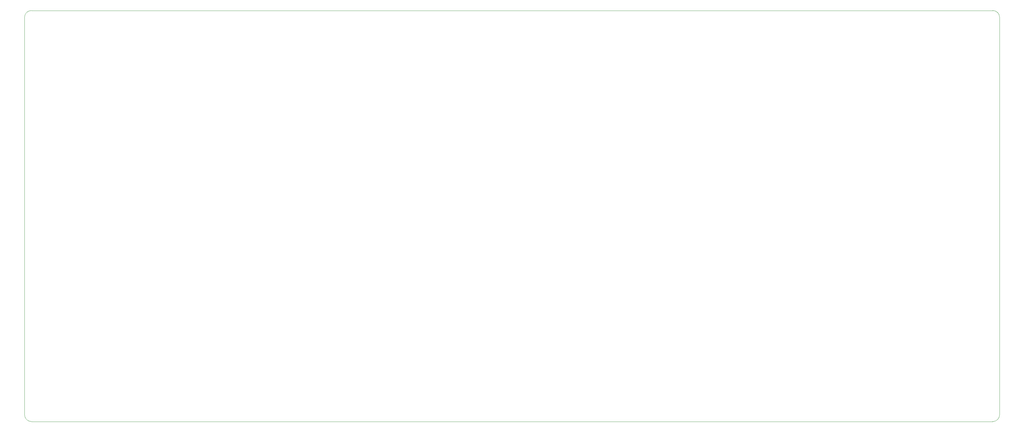
<source format=gbr>
%TF.GenerationSoftware,KiCad,Pcbnew,7.0.6*%
%TF.CreationDate,2024-02-02T12:38:06-05:00*%
%TF.ProjectId,causeway_THT,63617573-6577-4617-995f-5448542e6b69,rev?*%
%TF.SameCoordinates,Original*%
%TF.FileFunction,Profile,NP*%
%FSLAX46Y46*%
G04 Gerber Fmt 4.6, Leading zero omitted, Abs format (unit mm)*
G04 Created by KiCad (PCBNEW 7.0.6) date 2024-02-02 12:38:06*
%MOMM*%
%LPD*%
G01*
G04 APERTURE LIST*
%TA.AperFunction,Profile*%
%ADD10C,0.100000*%
%TD*%
G04 APERTURE END LIST*
D10*
X303438000Y-150060000D02*
G75*
G03*
X305438000Y-148060000I0J2000000D01*
G01*
X20438000Y-29060000D02*
G75*
G03*
X18438000Y-31060000I0J-2000000D01*
G01*
X18438000Y-148060000D02*
X18438000Y-31060000D01*
X18438000Y-148060000D02*
G75*
G03*
X20438000Y-150060000I2000000J0D01*
G01*
X303438000Y-150060000D02*
X20438000Y-150060000D01*
X305438000Y-31060000D02*
G75*
G03*
X303438000Y-29060000I-2000000J0D01*
G01*
X305438000Y-31060000D02*
X305438000Y-148060000D01*
X20438000Y-29060000D02*
X303438000Y-29060000D01*
M02*

</source>
